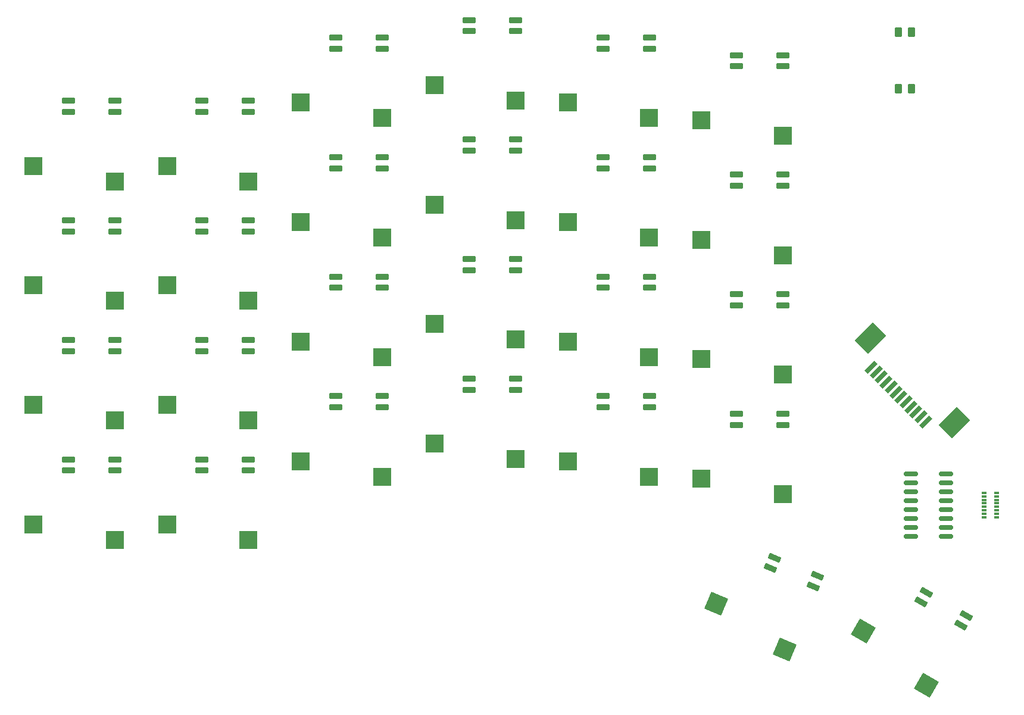
<source format=gbr>
%TF.GenerationSoftware,KiCad,Pcbnew,8.0.8-8.0.8-0~ubuntu22.04.1*%
%TF.CreationDate,2025-02-14T18:00:16-06:00*%
%TF.ProjectId,choc_v1_socket_reversible,63686f63-5f76-4315-9f73-6f636b65745f,rev?*%
%TF.SameCoordinates,Original*%
%TF.FileFunction,Paste,Bot*%
%TF.FilePolarity,Positive*%
%FSLAX46Y46*%
G04 Gerber Fmt 4.6, Leading zero omitted, Abs format (unit mm)*
G04 Created by KiCad (PCBNEW 8.0.8-8.0.8-0~ubuntu22.04.1) date 2025-02-14 18:00:16*
%MOMM*%
%LPD*%
G01*
G04 APERTURE LIST*
G04 Aperture macros list*
%AMRoundRect*
0 Rectangle with rounded corners*
0 $1 Rounding radius*
0 $2 $3 $4 $5 $6 $7 $8 $9 X,Y pos of 4 corners*
0 Add a 4 corners polygon primitive as box body*
4,1,4,$2,$3,$4,$5,$6,$7,$8,$9,$2,$3,0*
0 Add four circle primitives for the rounded corners*
1,1,$1+$1,$2,$3*
1,1,$1+$1,$4,$5*
1,1,$1+$1,$6,$7*
1,1,$1+$1,$8,$9*
0 Add four rect primitives between the rounded corners*
20,1,$1+$1,$2,$3,$4,$5,0*
20,1,$1+$1,$4,$5,$6,$7,0*
20,1,$1+$1,$6,$7,$8,$9,0*
20,1,$1+$1,$8,$9,$2,$3,0*%
%AMRotRect*
0 Rectangle, with rotation*
0 The origin of the aperture is its center*
0 $1 length*
0 $2 width*
0 $3 Rotation angle, in degrees counterclockwise*
0 Add horizontal line*
21,1,$1,$2,0,0,$3*%
G04 Aperture macros list end*
%ADD10R,2.600000X2.600000*%
%ADD11RoundRect,0.082000X0.818000X0.328000X-0.818000X0.328000X-0.818000X-0.328000X0.818000X-0.328000X0*%
%ADD12RoundRect,0.082000X-0.872409X0.124944X0.544409X-0.693056X0.872409X-0.124944X-0.544409X0.693056X0*%
%ADD13RoundRect,0.082000X-0.818000X-0.328000X0.818000X-0.328000X0.818000X0.328000X-0.818000X0.328000X0*%
%ADD14RoundRect,0.082000X-0.881133X0.017692X0.624813X-0.621544X0.881133X-0.017692X-0.624813X0.621544X0*%
%ADD15RotRect,2.600000X2.600000X337.000000*%
%ADD16RotRect,2.600000X2.600000X330.000000*%
%ADD17RotRect,0.610000X2.000000X315.000000*%
%ADD18RotRect,2.680000X3.600000X315.000000*%
%ADD19RoundRect,0.150000X-0.850000X-0.150000X0.850000X-0.150000X0.850000X0.150000X-0.850000X0.150000X0*%
%ADD20RoundRect,0.250000X0.262500X0.450000X-0.262500X0.450000X-0.262500X-0.450000X0.262500X-0.450000X0*%
%ADD21R,0.800000X0.300000*%
%ADD22RoundRect,0.250000X-0.262500X-0.450000X0.262500X-0.450000X0.262500X0.450000X-0.262500X0.450000X0*%
G04 APERTURE END LIST*
D10*
%TO.C,SW13*%
X120275000Y-71450000D03*
X108725000Y-69250000D03*
%TD*%
D11*
%TO.C,LED30*%
X56700000Y-105510000D03*
X56700000Y-107090000D03*
X63300000Y-107090000D03*
X63300000Y-105510000D03*
%TD*%
D10*
%TO.C,SW32*%
X101275000Y-107950000D03*
X89725000Y-105750000D03*
%TD*%
D12*
%TO.C,LED37*%
X183612884Y-129050481D03*
X184402884Y-127682161D03*
X178687116Y-124382161D03*
X177897116Y-125750481D03*
%TD*%
D10*
%TO.C,SW33*%
X120275000Y-105450000D03*
X108725000Y-103250000D03*
%TD*%
D13*
%TO.C,LED21*%
X82300000Y-90090000D03*
X82300000Y-88510000D03*
X75700000Y-88510000D03*
X75700000Y-90090000D03*
%TD*%
D10*
%TO.C,SW01*%
X82275000Y-65950000D03*
X70725000Y-63750000D03*
%TD*%
D13*
%TO.C,LED31*%
X82300000Y-107090000D03*
X82300000Y-105510000D03*
X75700000Y-105510000D03*
X75700000Y-107090000D03*
%TD*%
%TO.C,LED14*%
X139300000Y-64090000D03*
X139300000Y-62510000D03*
X132700000Y-62510000D03*
X132700000Y-64090000D03*
%TD*%
%TO.C,LED11*%
X82300000Y-73090000D03*
X82300000Y-71510000D03*
X75700000Y-71510000D03*
X75700000Y-73090000D03*
%TD*%
D10*
%TO.C,SW35*%
X158275000Y-110450000D03*
X146725000Y-108250000D03*
%TD*%
%TO.C,SW23*%
X120275000Y-88450000D03*
X108725000Y-86250000D03*
%TD*%
%TO.C,SW14*%
X139275000Y-73950000D03*
X127725000Y-71750000D03*
%TD*%
D11*
%TO.C,LED33*%
X113700000Y-94010000D03*
X113700000Y-95590000D03*
X120300000Y-95590000D03*
X120300000Y-94010000D03*
%TD*%
D10*
%TO.C,SW30*%
X63275000Y-116950000D03*
X51725000Y-114750000D03*
%TD*%
%TO.C,SW20*%
X63275000Y-99950000D03*
X51725000Y-97750000D03*
%TD*%
%TO.C,SW31*%
X82275000Y-116950000D03*
X70725000Y-114750000D03*
%TD*%
%TO.C,SW02*%
X101275000Y-56950000D03*
X89725000Y-54750000D03*
%TD*%
D11*
%TO.C,LED13*%
X113700000Y-60010000D03*
X113700000Y-61590000D03*
X120300000Y-61590000D03*
X120300000Y-60010000D03*
%TD*%
D10*
%TO.C,SW25*%
X158275000Y-93450000D03*
X146725000Y-91250000D03*
%TD*%
%TO.C,SW10*%
X63275000Y-82950000D03*
X51725000Y-80750000D03*
%TD*%
%TO.C,SW11*%
X82275000Y-82950000D03*
X70725000Y-80750000D03*
%TD*%
%TO.C,SW12*%
X101275000Y-73950000D03*
X89725000Y-71750000D03*
%TD*%
D13*
%TO.C,LED22*%
X101300000Y-81090000D03*
X101300000Y-79510000D03*
X94700000Y-79510000D03*
X94700000Y-81090000D03*
%TD*%
D11*
%TO.C,LED03*%
X113700000Y-43010000D03*
X113700000Y-44590000D03*
X120300000Y-44590000D03*
X120300000Y-43010000D03*
%TD*%
D10*
%TO.C,SW00*%
X63275000Y-65950000D03*
X51725000Y-63750000D03*
%TD*%
D11*
%TO.C,LED35*%
X151700000Y-99010000D03*
X151700000Y-100590000D03*
X158300000Y-100590000D03*
X158300000Y-99010000D03*
%TD*%
%TO.C,LED25*%
X151700000Y-82010000D03*
X151700000Y-83590000D03*
X158300000Y-83590000D03*
X158300000Y-82010000D03*
%TD*%
%TO.C,LED20*%
X56700000Y-88510000D03*
X56700000Y-90090000D03*
X63300000Y-90090000D03*
X63300000Y-88510000D03*
%TD*%
D10*
%TO.C,SW15*%
X158275000Y-76450000D03*
X146725000Y-74250000D03*
%TD*%
%TO.C,SW34*%
X139275000Y-107950000D03*
X127725000Y-105750000D03*
%TD*%
D13*
%TO.C,LED34*%
X139300000Y-98090000D03*
X139300000Y-96510000D03*
X132700000Y-96510000D03*
X132700000Y-98090000D03*
%TD*%
D14*
%TO.C,LED36*%
X162578988Y-123526212D03*
X163196344Y-122071814D03*
X157121012Y-119492988D03*
X156503656Y-120947386D03*
%TD*%
D10*
%TO.C,SW04*%
X139275000Y-56950000D03*
X127725000Y-54750000D03*
%TD*%
D13*
%TO.C,LED02*%
X101300000Y-47090000D03*
X101300000Y-45510000D03*
X94700000Y-45510000D03*
X94700000Y-47090000D03*
%TD*%
%TO.C,LED01*%
X82300000Y-56090000D03*
X82300000Y-54510000D03*
X75700000Y-54510000D03*
X75700000Y-56090000D03*
%TD*%
D11*
%TO.C,LED05*%
X151700000Y-48010000D03*
X151700000Y-49590000D03*
X158300000Y-49590000D03*
X158300000Y-48010000D03*
%TD*%
%TO.C,LED00*%
X56700000Y-54510000D03*
X56700000Y-56090000D03*
X63300000Y-56090000D03*
X63300000Y-54510000D03*
%TD*%
%TO.C,LED23*%
X113700000Y-77010000D03*
X113700000Y-78590000D03*
X120300000Y-78590000D03*
X120300000Y-77010000D03*
%TD*%
D10*
%TO.C,SW22*%
X101275000Y-90950000D03*
X89725000Y-88750000D03*
%TD*%
D13*
%TO.C,LED24*%
X139300000Y-81090000D03*
X139300000Y-79510000D03*
X132700000Y-79510000D03*
X132700000Y-81090000D03*
%TD*%
%TO.C,LED04*%
X139300000Y-47090000D03*
X139300000Y-45510000D03*
X132700000Y-45510000D03*
X132700000Y-47090000D03*
%TD*%
D10*
%TO.C,SW05*%
X158275000Y-59450000D03*
X146725000Y-57250000D03*
%TD*%
D11*
%TO.C,LED10*%
X56700000Y-71510000D03*
X56700000Y-73090000D03*
X63300000Y-73090000D03*
X63300000Y-71510000D03*
%TD*%
D13*
%TO.C,LED32*%
X101300000Y-98090000D03*
X101300000Y-96510000D03*
X94700000Y-96510000D03*
X94700000Y-98090000D03*
%TD*%
D15*
%TO.C,SW36*%
X158589803Y-132556648D03*
X148817581Y-126018593D03*
%TD*%
D13*
%TO.C,LED12*%
X101300000Y-64090000D03*
X101300000Y-62510000D03*
X94700000Y-62510000D03*
X94700000Y-64090000D03*
%TD*%
D11*
%TO.C,LED15*%
X151700000Y-65010000D03*
X151700000Y-66590000D03*
X158300000Y-66590000D03*
X158300000Y-65010000D03*
%TD*%
D10*
%TO.C,SW24*%
X139275000Y-90950000D03*
X127725000Y-88750000D03*
%TD*%
%TO.C,SW21*%
X82275000Y-99950000D03*
X70725000Y-97750000D03*
%TD*%
D16*
%TO.C,SW37*%
X178661233Y-137590351D03*
X169758640Y-129910095D03*
%TD*%
D10*
%TO.C,SW03*%
X120275000Y-54450000D03*
X108725000Y-52250000D03*
%TD*%
D17*
%TO.C,J_LEFT1*%
X170838120Y-92383705D03*
X171545227Y-93090812D03*
X172252334Y-93797918D03*
X172959441Y-94505025D03*
X173666548Y-95212132D03*
X174373654Y-95919239D03*
X175080761Y-96626346D03*
X175787868Y-97333452D03*
X176494975Y-98040559D03*
X177202082Y-98747666D03*
X177909188Y-99454773D03*
X178616295Y-100161880D03*
D18*
X170703770Y-88289557D03*
X182710443Y-100296230D03*
%TD*%
D19*
%TO.C,SR_LEFT1*%
X176500000Y-116445000D03*
X176500000Y-115175000D03*
X176500000Y-113905000D03*
X176500000Y-112635000D03*
X176500000Y-111365000D03*
X176500000Y-110095000D03*
X176500000Y-108825000D03*
X176500000Y-107555000D03*
X181500000Y-107555000D03*
X181500000Y-108825000D03*
X181500000Y-110095000D03*
X181500000Y-111365000D03*
X181500000Y-112635000D03*
X181500000Y-113905000D03*
X181500000Y-115175000D03*
X181500000Y-116445000D03*
%TD*%
D20*
%TO.C,R1*%
X176572500Y-44760000D03*
X174747500Y-44760000D03*
%TD*%
D21*
%TO.C,RN_LEFT1*%
X186900000Y-113750000D03*
X186900000Y-113250000D03*
X186900000Y-112750000D03*
X186900000Y-112250000D03*
X186900000Y-111750000D03*
X186900000Y-111250000D03*
X186900000Y-110750000D03*
X186900000Y-110250000D03*
X188700000Y-110250000D03*
X188700000Y-110750000D03*
X188700000Y-111250000D03*
X188700000Y-111750000D03*
X188700000Y-112250000D03*
X188700000Y-112750000D03*
X188700000Y-113250000D03*
X188700000Y-113750000D03*
%TD*%
D22*
%TO.C,R2*%
X174747500Y-52760000D03*
X176572500Y-52760000D03*
%TD*%
M02*

</source>
